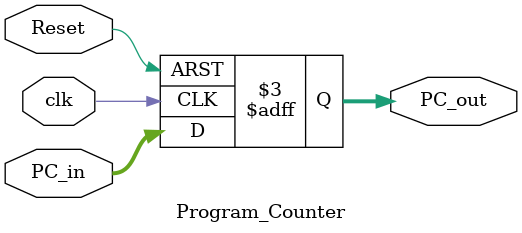
<source format=v>
module Program_Counter (
    input wire clk,
    input wire Reset,
    input wire [31:0] PC_in,
    output reg [31:0] PC_out
);



always @(posedge clk or posedge Reset) begin
    if (Reset == 1) begin
        PC_out <= 32'hffffffff; 
    end else// if ( PCWrite ) begin
        PC_out <= PC_in;
    //end

end
endmodule



</source>
